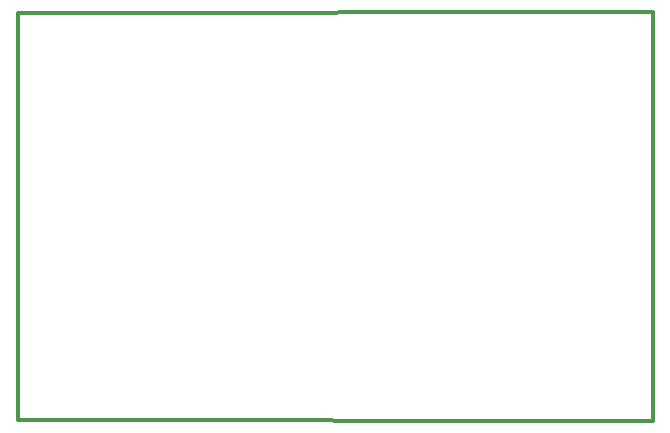
<source format=gbr>
%FSLAX34Y34*%
%MOMM*%
%LNOUTLINE*%
G71*
G01*
%ADD10C,0.300*%
%LPD*%
G54D10*
X-1591Y1564D02*
X-539356Y2755D01*
G54D10*
X-1591Y1564D02*
X-1588Y347603D01*
G54D10*
X-539356Y2755D02*
X-538959Y347243D01*
G54D10*
X-1588Y347603D02*
X-538959Y347243D01*
M02*

</source>
